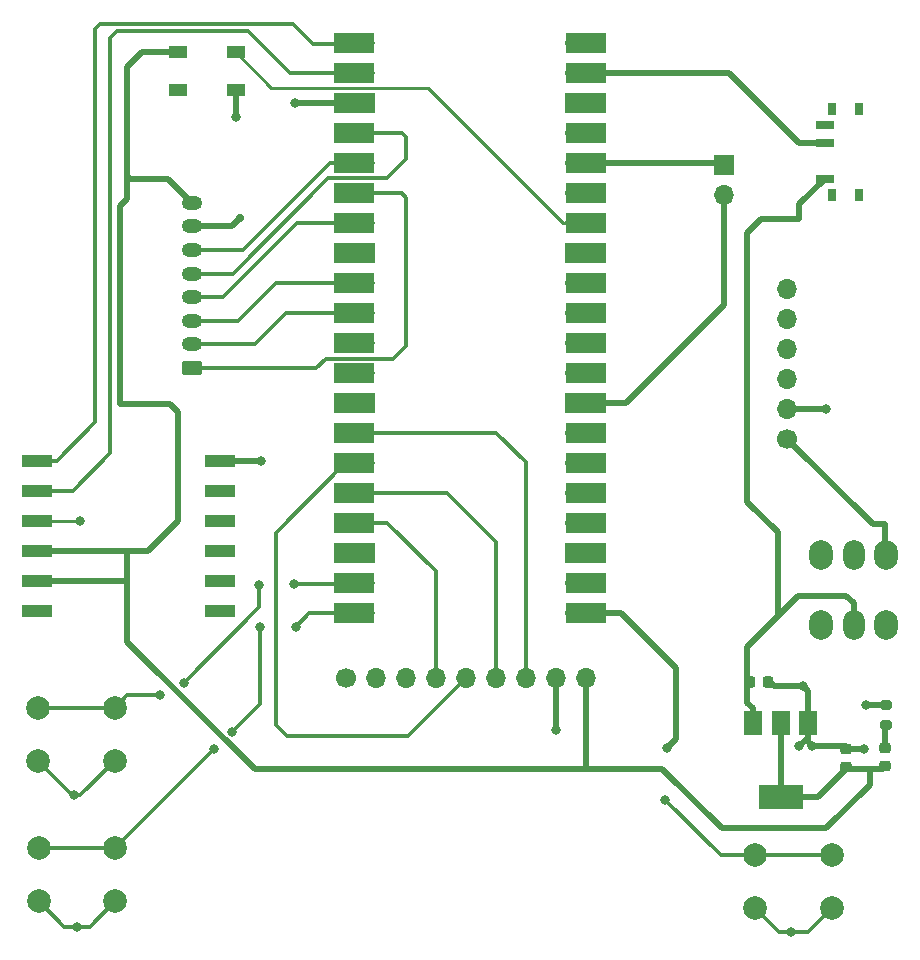
<source format=gbr>
%TF.GenerationSoftware,KiCad,Pcbnew,(6.0.7-1)-1*%
%TF.CreationDate,2022-12-29T15:12:48+00:00*%
%TF.ProjectId,pico-gps-datalogger,7069636f-2d67-4707-932d-646174616c6f,rev?*%
%TF.SameCoordinates,Original*%
%TF.FileFunction,Copper,L1,Top*%
%TF.FilePolarity,Positive*%
%FSLAX46Y46*%
G04 Gerber Fmt 4.6, Leading zero omitted, Abs format (unit mm)*
G04 Created by KiCad (PCBNEW (6.0.7-1)-1) date 2022-12-29 15:12:48*
%MOMM*%
%LPD*%
G01*
G04 APERTURE LIST*
G04 Aperture macros list*
%AMRoundRect*
0 Rectangle with rounded corners*
0 $1 Rounding radius*
0 $2 $3 $4 $5 $6 $7 $8 $9 X,Y pos of 4 corners*
0 Add a 4 corners polygon primitive as box body*
4,1,4,$2,$3,$4,$5,$6,$7,$8,$9,$2,$3,0*
0 Add four circle primitives for the rounded corners*
1,1,$1+$1,$2,$3*
1,1,$1+$1,$4,$5*
1,1,$1+$1,$6,$7*
1,1,$1+$1,$8,$9*
0 Add four rect primitives between the rounded corners*
20,1,$1+$1,$2,$3,$4,$5,0*
20,1,$1+$1,$4,$5,$6,$7,0*
20,1,$1+$1,$6,$7,$8,$9,0*
20,1,$1+$1,$8,$9,$2,$3,0*%
G04 Aperture macros list end*
%TA.AperFunction,SMDPad,CuDef*%
%ADD10RoundRect,0.200000X0.275000X-0.200000X0.275000X0.200000X-0.275000X0.200000X-0.275000X-0.200000X0*%
%TD*%
%TA.AperFunction,ComponentPad*%
%ADD11C,1.700000*%
%TD*%
%TA.AperFunction,ComponentPad*%
%ADD12O,1.700000X1.700000*%
%TD*%
%TA.AperFunction,SMDPad,CuDef*%
%ADD13RoundRect,0.225000X0.250000X-0.225000X0.250000X0.225000X-0.250000X0.225000X-0.250000X-0.225000X0*%
%TD*%
%TA.AperFunction,SMDPad,CuDef*%
%ADD14R,1.500000X1.000000*%
%TD*%
%TA.AperFunction,ComponentPad*%
%ADD15O,2.000000X2.500000*%
%TD*%
%TA.AperFunction,ComponentPad*%
%ADD16O,1.850000X2.500000*%
%TD*%
%TA.AperFunction,ComponentPad*%
%ADD17RoundRect,0.250000X0.625000X-0.350000X0.625000X0.350000X-0.625000X0.350000X-0.625000X-0.350000X0*%
%TD*%
%TA.AperFunction,ComponentPad*%
%ADD18O,1.750000X1.200000*%
%TD*%
%TA.AperFunction,SMDPad,CuDef*%
%ADD19R,0.800000X1.000000*%
%TD*%
%TA.AperFunction,SMDPad,CuDef*%
%ADD20R,1.500000X0.700000*%
%TD*%
%TA.AperFunction,SMDPad,CuDef*%
%ADD21R,2.500000X1.000000*%
%TD*%
%TA.AperFunction,ComponentPad*%
%ADD22C,2.000000*%
%TD*%
%TA.AperFunction,ComponentPad*%
%ADD23R,1.700000X1.700000*%
%TD*%
%TA.AperFunction,SMDPad,CuDef*%
%ADD24RoundRect,0.218750X-0.256250X0.218750X-0.256250X-0.218750X0.256250X-0.218750X0.256250X0.218750X0*%
%TD*%
%TA.AperFunction,SMDPad,CuDef*%
%ADD25R,3.500000X1.700000*%
%TD*%
%TA.AperFunction,SMDPad,CuDef*%
%ADD26R,1.500000X2.000000*%
%TD*%
%TA.AperFunction,SMDPad,CuDef*%
%ADD27R,3.800000X2.000000*%
%TD*%
%TA.AperFunction,SMDPad,CuDef*%
%ADD28RoundRect,0.225000X-0.225000X-0.250000X0.225000X-0.250000X0.225000X0.250000X-0.225000X0.250000X0*%
%TD*%
%TA.AperFunction,ViaPad*%
%ADD29C,0.800000*%
%TD*%
%TA.AperFunction,ViaPad*%
%ADD30C,0.700000*%
%TD*%
%TA.AperFunction,Conductor*%
%ADD31C,0.500000*%
%TD*%
%TA.AperFunction,Conductor*%
%ADD32C,0.300000*%
%TD*%
%TA.AperFunction,Conductor*%
%ADD33C,0.250000*%
%TD*%
G04 APERTURE END LIST*
D10*
%TO.P,R1,1*%
%TO.N,/PWR_LED_K*%
X174847500Y-127875000D03*
%TO.P,R1,2*%
%TO.N,GND*%
X174847500Y-126225000D03*
%TD*%
D11*
%TO.P,J4,1,Pin_1*%
%TO.N,Net-(J4-Pad1)*%
X166510000Y-103660000D03*
D12*
%TO.P,J4,2,Pin_2*%
%TO.N,GND*%
X166510000Y-101120000D03*
%TO.P,J4,3,Pin_3*%
%TO.N,unconnected-(J4-Pad3)*%
X166510000Y-98580000D03*
%TO.P,J4,4,Pin_4*%
%TO.N,unconnected-(J4-Pad4)*%
X166510000Y-96040000D03*
%TO.P,J4,5,Pin_5*%
%TO.N,unconnected-(J4-Pad5)*%
X166510000Y-93500000D03*
%TO.P,J4,6,Pin_6*%
%TO.N,unconnected-(J4-Pad6)*%
X166510000Y-90960000D03*
%TD*%
D11*
%TO.P,J2,1,Pin_1*%
%TO.N,unconnected-(J2-Pad1)*%
X129100000Y-123960000D03*
D12*
%TO.P,J2,2,Pin_2*%
%TO.N,unconnected-(J2-Pad2)*%
X131640000Y-123960000D03*
%TO.P,J2,3,Pin_3*%
%TO.N,unconnected-(J2-Pad3)*%
X134180000Y-123960000D03*
%TO.P,J2,4,Pin_4*%
%TO.N,/SPI1 - CS*%
X136720000Y-123960000D03*
%TO.P,J2,5,Pin_5*%
%TO.N,/RX -> TX*%
X139260000Y-123960000D03*
%TO.P,J2,6,Pin_6*%
%TO.N,/TX -> RX*%
X141800000Y-123960000D03*
%TO.P,J2,7,Pin_7*%
%TO.N,/CLK*%
X144340000Y-123960000D03*
%TO.P,J2,8,Pin_8*%
%TO.N,GND*%
X146880000Y-123960000D03*
%TO.P,J2,9,Pin_9*%
%TO.N,+3.3V*%
X149420000Y-123960000D03*
%TD*%
D13*
%TO.P,C2,1*%
%TO.N,+3.3V*%
X171497500Y-131445000D03*
%TO.P,C2,2*%
%TO.N,GND*%
X171497500Y-129895000D03*
%TD*%
D14*
%TO.P,D2,1,VSS*%
%TO.N,GND*%
X119810000Y-74150000D03*
%TO.P,D2,2,DIN*%
%TO.N,Net-(D2-Pad2)*%
X119810000Y-70950000D03*
%TO.P,D2,3,VDD*%
%TO.N,+3.3V*%
X114910000Y-70950000D03*
%TO.P,D2,4,DOUT*%
%TO.N,unconnected-(D2-Pad4)*%
X114910000Y-74150000D03*
%TD*%
D15*
%TO.P,SW5,1*%
%TO.N,Net-(J4-Pad1)*%
X174860000Y-113470000D03*
D16*
%TO.P,SW5,2*%
%TO.N,unconnected-(SW5-Pad2)*%
X172120000Y-113470000D03*
D15*
%TO.P,SW5,3*%
%TO.N,unconnected-(SW5-Pad3)*%
X169380000Y-113470000D03*
%TO.P,SW5,4*%
%TO.N,unconnected-(SW5-Pad4)*%
X169380000Y-119470000D03*
D16*
%TO.P,SW5,5*%
%TO.N,VBUS*%
X172120000Y-119470000D03*
D15*
%TO.P,SW5,6*%
%TO.N,unconnected-(SW5-Pad6)*%
X174860000Y-119470000D03*
%TD*%
D17*
%TO.P,J1,1,Pin_1*%
%TO.N,/MISO - SPI0Rx - BL*%
X116120000Y-97680000D03*
D18*
%TO.P,J1,2,Pin_2*%
%TO.N,/RST*%
X116120000Y-95680000D03*
%TO.P,J1,3,Pin_3*%
%TO.N,/DC*%
X116120000Y-93680000D03*
%TO.P,J1,4,Pin_4*%
%TO.N,/SPI0 - CS*%
X116120000Y-91680000D03*
%TO.P,J1,5,Pin_5*%
%TO.N,/CLK - SPI0SCK*%
X116120000Y-89680000D03*
%TO.P,J1,6,Pin_6*%
%TO.N,/MOSI - SPI0Tx - DIN*%
X116120000Y-87680000D03*
%TO.P,J1,7,Pin_7*%
%TO.N,GND*%
X116120000Y-85680000D03*
%TO.P,J1,8,Pin_8*%
%TO.N,+3.3V*%
X116120000Y-83680000D03*
%TD*%
D19*
%TO.P,SW4,*%
%TO.N,*%
X172540000Y-75730000D03*
X170330000Y-75730000D03*
X172540000Y-83030000D03*
X170330000Y-83030000D03*
D20*
%TO.P,SW4,1,A*%
%TO.N,VBUS*%
X169680000Y-81630000D03*
%TO.P,SW4,2,B*%
%TO.N,Net-(SW4-Pad2)*%
X169680000Y-78630000D03*
%TO.P,SW4,3,C*%
%TO.N,unconnected-(SW4-Pad3)*%
X169680000Y-77130000D03*
%TD*%
D21*
%TO.P,U2,1,RXD1*%
%TO.N,Net-(U2-Pad1)*%
X102950000Y-105510000D03*
%TO.P,U2,2,TXD1*%
%TO.N,/GPS RX -> Pico TX*%
X102950000Y-108050000D03*
%TO.P,U2,3,GND*%
%TO.N,GND*%
X102950000Y-110590000D03*
%TO.P,U2,4,VCC*%
%TO.N,+3.3V*%
X102950000Y-113130000D03*
%TO.P,U2,5,V_BCKP*%
X102950000Y-115670000D03*
%TO.P,U2,6,1PPS*%
%TO.N,unconnected-(U2-Pad6)*%
X102950000Y-118210000D03*
%TO.P,U2,7,RESERVED*%
%TO.N,unconnected-(U2-Pad7)*%
X118450000Y-118210000D03*
%TO.P,U2,8,RESERVED*%
%TO.N,unconnected-(U2-Pad8)*%
X118450000Y-115670000D03*
%TO.P,U2,9,NC*%
%TO.N,unconnected-(U2-Pad9)*%
X118450000Y-113130000D03*
%TO.P,U2,10,~{RESET}*%
%TO.N,unconnected-(U2-Pad10)*%
X118450000Y-110590000D03*
%TO.P,U2,11,RESERVED*%
%TO.N,unconnected-(U2-Pad11)*%
X118450000Y-108050000D03*
%TO.P,U2,12,GND*%
%TO.N,GND*%
X118450000Y-105510000D03*
%TD*%
D22*
%TO.P,SW1,1,1*%
%TO.N,Net-(SW1-Pad1)*%
X109540000Y-126440000D03*
X103040000Y-126440000D03*
%TO.P,SW1,2,2*%
%TO.N,GND*%
X103040000Y-130940000D03*
X109540000Y-130940000D03*
%TD*%
%TO.P,SW3,1,1*%
%TO.N,Net-(SW3-Pad1)*%
X170280000Y-138920000D03*
X163780000Y-138920000D03*
%TO.P,SW3,2,2*%
%TO.N,GND*%
X163780000Y-143420000D03*
X170280000Y-143420000D03*
%TD*%
D23*
%TO.P,J3,1,Pin_1*%
%TO.N,Net-(J3-Pad1)*%
X161160000Y-80500000D03*
D12*
%TO.P,J3,2,Pin_2*%
%TO.N,Net-(J3-Pad2)*%
X161160000Y-83040000D03*
%TD*%
D24*
%TO.P,D1,1,K*%
%TO.N,/PWR_LED_K*%
X174817500Y-129822500D03*
%TO.P,D1,2,A*%
%TO.N,+3.3V*%
X174817500Y-131397500D03*
%TD*%
D25*
%TO.P,U3,1,GPIO0*%
%TO.N,Net-(U2-Pad1)*%
X129845000Y-70175000D03*
D12*
X130745000Y-70175000D03*
%TO.P,U3,2,GPIO1*%
%TO.N,/GPS RX -> Pico TX*%
X130745000Y-72715000D03*
D25*
X129845000Y-72715000D03*
D23*
%TO.P,U3,3,GND*%
%TO.N,GND*%
X130745000Y-75255000D03*
D25*
X129845000Y-75255000D03*
D12*
%TO.P,U3,4,GPIO2*%
%TO.N,/CLK - SPI0SCK*%
X130745000Y-77795000D03*
D25*
X129845000Y-77795000D03*
%TO.P,U3,5,GPIO3*%
%TO.N,/MOSI - SPI0Tx - DIN*%
X129845000Y-80335000D03*
D12*
X130745000Y-80335000D03*
D25*
%TO.P,U3,6,GPIO4*%
%TO.N,/MISO - SPI0Rx - BL*%
X129845000Y-82875000D03*
D12*
X130745000Y-82875000D03*
%TO.P,U3,7,GPIO5*%
%TO.N,/SPI0 - CS*%
X130745000Y-85415000D03*
D25*
X129845000Y-85415000D03*
D23*
%TO.P,U3,8,GND*%
%TO.N,unconnected-(U3-Pad8)*%
X130745000Y-87955000D03*
D25*
X129845000Y-87955000D03*
D12*
%TO.P,U3,9,GPIO6*%
%TO.N,/DC*%
X130745000Y-90495000D03*
D25*
X129845000Y-90495000D03*
D12*
%TO.P,U3,10,GPIO7*%
%TO.N,/RST*%
X130745000Y-93035000D03*
D25*
X129845000Y-93035000D03*
D12*
%TO.P,U3,11,GPIO8*%
%TO.N,unconnected-(U3-Pad11)*%
X130745000Y-95575000D03*
D25*
X129845000Y-95575000D03*
%TO.P,U3,12,GPIO9*%
%TO.N,unconnected-(U3-Pad12)*%
X129845000Y-98115000D03*
D12*
X130745000Y-98115000D03*
D23*
%TO.P,U3,13,GND*%
%TO.N,unconnected-(U3-Pad13)*%
X130745000Y-100655000D03*
D25*
X129845000Y-100655000D03*
D12*
%TO.P,U3,14,GPIO10*%
%TO.N,/CLK*%
X130745000Y-103195000D03*
D25*
X129845000Y-103195000D03*
%TO.P,U3,15,GPIO11*%
%TO.N,/RX -> TX*%
X129845000Y-105735000D03*
D12*
X130745000Y-105735000D03*
%TO.P,U3,16,GPIO12*%
%TO.N,/TX -> RX*%
X130745000Y-108275000D03*
D25*
X129845000Y-108275000D03*
%TO.P,U3,17,GPIO13*%
%TO.N,/SPI1 - CS*%
X129845000Y-110815000D03*
D12*
X130745000Y-110815000D03*
D23*
%TO.P,U3,18,GND*%
%TO.N,unconnected-(U3-Pad18)*%
X130745000Y-113355000D03*
D25*
X129845000Y-113355000D03*
D12*
%TO.P,U3,19,GPIO14*%
%TO.N,Net-(SW1-Pad1)*%
X130745000Y-115895000D03*
D25*
X129845000Y-115895000D03*
%TO.P,U3,20,GPIO15*%
%TO.N,Net-(SW2-Pad1)*%
X129845000Y-118435000D03*
D12*
X130745000Y-118435000D03*
%TO.P,U3,21,GPIO16*%
%TO.N,Net-(SW3-Pad1)*%
X148525000Y-118435000D03*
D25*
X149425000Y-118435000D03*
%TO.P,U3,22,GPIO17*%
%TO.N,unconnected-(U3-Pad22)*%
X149425000Y-115895000D03*
D12*
X148525000Y-115895000D03*
D23*
%TO.P,U3,23,GND*%
%TO.N,unconnected-(U3-Pad23)*%
X148525000Y-113355000D03*
D25*
X149425000Y-113355000D03*
D12*
%TO.P,U3,24,GPIO18*%
%TO.N,unconnected-(U3-Pad24)*%
X148525000Y-110815000D03*
D25*
X149425000Y-110815000D03*
%TO.P,U3,25,GPIO19*%
%TO.N,unconnected-(U3-Pad25)*%
X149425000Y-108275000D03*
D12*
X148525000Y-108275000D03*
D25*
%TO.P,U3,26,GPIO20*%
%TO.N,unconnected-(U3-Pad26)*%
X149425000Y-105735000D03*
D12*
X148525000Y-105735000D03*
%TO.P,U3,27,GPIO21*%
%TO.N,unconnected-(U3-Pad27)*%
X148525000Y-103195000D03*
D25*
X149425000Y-103195000D03*
%TO.P,U3,28,GND*%
%TO.N,Net-(J3-Pad2)*%
X149425000Y-100655000D03*
D23*
X148525000Y-100655000D03*
D25*
%TO.P,U3,29,GPIO22*%
%TO.N,unconnected-(U3-Pad29)*%
X149425000Y-98115000D03*
D12*
X148525000Y-98115000D03*
D25*
%TO.P,U3,30,RUN*%
%TO.N,unconnected-(U3-Pad30)*%
X149425000Y-95575000D03*
D12*
X148525000Y-95575000D03*
D25*
%TO.P,U3,31,GPIO26_ADC0*%
%TO.N,unconnected-(U3-Pad31)*%
X149425000Y-93035000D03*
D12*
X148525000Y-93035000D03*
D25*
%TO.P,U3,32,GPIO27_ADC1*%
%TO.N,unconnected-(U3-Pad32)*%
X149425000Y-90495000D03*
D12*
X148525000Y-90495000D03*
D25*
%TO.P,U3,33,AGND*%
%TO.N,unconnected-(U3-Pad33)*%
X149425000Y-87955000D03*
D23*
X148525000Y-87955000D03*
D12*
%TO.P,U3,34,GPIO28_ADC2*%
%TO.N,Net-(D2-Pad2)*%
X148525000Y-85415000D03*
D25*
X149425000Y-85415000D03*
%TO.P,U3,35,ADC_VREF*%
%TO.N,unconnected-(U3-Pad35)*%
X149425000Y-82875000D03*
D12*
X148525000Y-82875000D03*
%TO.P,U3,36,3V3*%
%TO.N,Net-(J3-Pad1)*%
X148525000Y-80335000D03*
D25*
X149425000Y-80335000D03*
%TO.P,U3,37,3V3_EN*%
%TO.N,unconnected-(U3-Pad37)*%
X149425000Y-77795000D03*
D12*
X148525000Y-77795000D03*
D23*
%TO.P,U3,38,GND*%
%TO.N,unconnected-(U3-Pad38)*%
X148525000Y-75255000D03*
D25*
X149425000Y-75255000D03*
%TO.P,U3,39,VSYS*%
%TO.N,Net-(SW4-Pad2)*%
X149425000Y-72715000D03*
D12*
X148525000Y-72715000D03*
%TO.P,U3,40,VBUS*%
%TO.N,unconnected-(U3-Pad40)*%
X148525000Y-70175000D03*
D25*
X149425000Y-70175000D03*
%TD*%
D26*
%TO.P,U1,1,GND*%
%TO.N,GND*%
X168232500Y-127730000D03*
%TO.P,U1,2,VO*%
%TO.N,+3.3V*%
X165932500Y-127730000D03*
D27*
X165932500Y-134030000D03*
D26*
%TO.P,U1,3,VI*%
%TO.N,VBUS*%
X163632500Y-127730000D03*
%TD*%
D22*
%TO.P,SW2,1,1*%
%TO.N,Net-(SW2-Pad1)*%
X103120000Y-138290000D03*
X109620000Y-138290000D03*
%TO.P,SW2,2,2*%
%TO.N,GND*%
X103120000Y-142790000D03*
X109620000Y-142790000D03*
%TD*%
D28*
%TO.P,C1,1*%
%TO.N,VBUS*%
X163307500Y-124272500D03*
%TO.P,C1,2*%
%TO.N,GND*%
X164857500Y-124272500D03*
%TD*%
D29*
%TO.N,GND*%
X169820000Y-101140000D03*
X106110000Y-133830000D03*
X166850000Y-145460000D03*
X121940000Y-105560000D03*
X168622500Y-129680000D03*
X106360000Y-144970000D03*
X167532500Y-129690000D03*
X167852500Y-124620000D03*
X146950000Y-128330000D03*
X173170000Y-126230000D03*
D30*
X120140000Y-85010000D03*
D29*
X124780000Y-75270000D03*
X106580000Y-110610000D03*
X119800000Y-76460000D03*
X173020000Y-129900000D03*
%TO.N,Net-(SW1-Pad1)*%
X115390000Y-124360000D03*
X113420000Y-125350000D03*
X124760000Y-115940000D03*
X121800000Y-116020000D03*
%TO.N,Net-(SW2-Pad1)*%
X119520000Y-128500000D03*
X121860000Y-119600000D03*
X118000000Y-129920000D03*
X124910000Y-119570000D03*
%TO.N,Net-(SW3-Pad1)*%
X156310000Y-129860000D03*
X156190000Y-134220000D03*
%TD*%
D31*
%TO.N,VBUS*%
X163182500Y-124147500D02*
X163307500Y-124272500D01*
X172120000Y-117600000D02*
X171500000Y-116980000D01*
X165731250Y-111591250D02*
X163130000Y-108990000D01*
X165731250Y-118681250D02*
X165731250Y-111591250D01*
X171500000Y-116980000D02*
X167432500Y-116980000D01*
X164290000Y-85060000D02*
X167510000Y-85060000D01*
X163182500Y-124222500D02*
X163132500Y-124272500D01*
X163162500Y-124127500D02*
X163307500Y-124272500D01*
X163132500Y-124272500D02*
X163132500Y-126000000D01*
X163632500Y-126500000D02*
X163632500Y-127730000D01*
X163232500Y-124347500D02*
X163307500Y-124272500D01*
X167432500Y-116980000D02*
X165731250Y-118681250D01*
X163132500Y-126000000D02*
X163632500Y-126500000D01*
X167510000Y-85060000D02*
X167510000Y-83800000D01*
X163130000Y-86220000D02*
X164290000Y-85060000D01*
X163130000Y-108990000D02*
X163130000Y-86220000D01*
X167510000Y-83800000D02*
X169680000Y-81630000D01*
X172120000Y-119470000D02*
X172120000Y-117600000D01*
X165731250Y-118681250D02*
X163132500Y-121280000D01*
X163132500Y-121280000D02*
X163132500Y-124272500D01*
D32*
%TO.N,GND*%
X106650000Y-133830000D02*
X106110000Y-133830000D01*
D31*
X165380000Y-124620000D02*
X165032500Y-124272500D01*
X130745000Y-75255000D02*
X124795000Y-75255000D01*
X119810000Y-74150000D02*
X119810000Y-76450000D01*
X116120000Y-85680000D02*
X119470000Y-85680000D01*
X146950000Y-124030000D02*
X146880000Y-123960000D01*
X167852500Y-124620000D02*
X165380000Y-124620000D01*
D32*
X107440000Y-144970000D02*
X106360000Y-144970000D01*
X109540000Y-130940000D02*
X106650000Y-133830000D01*
D31*
X119810000Y-76450000D02*
X119800000Y-76460000D01*
D32*
X165820000Y-145460000D02*
X166850000Y-145460000D01*
D31*
X168232500Y-125000000D02*
X167852500Y-124620000D01*
X171457500Y-129680000D02*
X171497500Y-129720000D01*
D32*
X106360000Y-144970000D02*
X105300000Y-144970000D01*
D31*
X168232500Y-128990000D02*
X167532500Y-129690000D01*
X168232500Y-127730000D02*
X168232500Y-128990000D01*
X168622500Y-129680000D02*
X171457500Y-129680000D01*
D32*
X168240000Y-145460000D02*
X166850000Y-145460000D01*
D31*
X168232500Y-129290000D02*
X168622500Y-129680000D01*
X118450000Y-105510000D02*
X121890000Y-105510000D01*
X168232500Y-128990000D02*
X168232500Y-129290000D01*
X173015000Y-129895000D02*
X173020000Y-129900000D01*
X169800000Y-101120000D02*
X169820000Y-101140000D01*
X173175000Y-126225000D02*
X173170000Y-126230000D01*
X168232500Y-127730000D02*
X168232500Y-125000000D01*
D32*
X170280000Y-143420000D02*
X168240000Y-145460000D01*
X109620000Y-142790000D02*
X107440000Y-144970000D01*
D31*
X171282500Y-129680000D02*
X171497500Y-129895000D01*
D32*
X105300000Y-144970000D02*
X103120000Y-142790000D01*
X105930000Y-133830000D02*
X106110000Y-133830000D01*
D33*
X106560000Y-110590000D02*
X102950000Y-110590000D01*
D31*
X146950000Y-128330000D02*
X146950000Y-124030000D01*
D32*
X103040000Y-130940000D02*
X105930000Y-133830000D01*
X163780000Y-143420000D02*
X165820000Y-145460000D01*
D31*
X174847500Y-126225000D02*
X173175000Y-126225000D01*
X124795000Y-75255000D02*
X124780000Y-75270000D01*
D33*
X106580000Y-110610000D02*
X106560000Y-110590000D01*
D31*
X171497500Y-129895000D02*
X173015000Y-129895000D01*
X121890000Y-105510000D02*
X121940000Y-105560000D01*
X166510000Y-101120000D02*
X169800000Y-101120000D01*
X119470000Y-85680000D02*
X120140000Y-85010000D01*
%TO.N,+3.3V*%
X110620000Y-72190000D02*
X111860000Y-70950000D01*
X149470000Y-131630000D02*
X155930000Y-131630000D01*
X110620000Y-113150000D02*
X110620000Y-115850000D01*
X165932500Y-127730000D02*
X165932500Y-134030000D01*
X116120000Y-83680000D02*
X114080000Y-81640000D01*
X114080000Y-81640000D02*
X110860000Y-81640000D01*
X110620000Y-83380000D02*
X110620000Y-81400000D01*
X165932500Y-134030000D02*
X169087500Y-134030000D01*
X110620000Y-113150000D02*
X112400000Y-113150000D01*
X173472500Y-132940000D02*
X173472500Y-131620000D01*
X169752500Y-136660000D02*
X173472500Y-132940000D01*
X174595000Y-131620000D02*
X174817500Y-131397500D01*
X149420000Y-131580000D02*
X149470000Y-131630000D01*
X110040000Y-83960000D02*
X110620000Y-83380000D01*
X149420000Y-123960000D02*
X149420000Y-131580000D01*
X110620000Y-81400000D02*
X110620000Y-72190000D01*
X155930000Y-131630000D02*
X160960000Y-136660000D01*
X110860000Y-81640000D02*
X110620000Y-81400000D01*
X160960000Y-136660000D02*
X169752500Y-136660000D01*
X121400000Y-131630000D02*
X149470000Y-131630000D01*
X110600000Y-113130000D02*
X110620000Y-113150000D01*
X112400000Y-113150000D02*
X114920000Y-110630000D01*
X110620000Y-120850000D02*
X121400000Y-131630000D01*
X102950000Y-115670000D02*
X110440000Y-115670000D01*
X111860000Y-70950000D02*
X114910000Y-70950000D01*
X114920000Y-101430000D02*
X114220000Y-100730000D01*
X110040000Y-100730000D02*
X110040000Y-83960000D01*
X171497500Y-131620000D02*
X173472500Y-131620000D01*
X110440000Y-115670000D02*
X110620000Y-115850000D01*
X110620000Y-115850000D02*
X110620000Y-120850000D01*
X102950000Y-113130000D02*
X110600000Y-113130000D01*
X114220000Y-100730000D02*
X110040000Y-100730000D01*
X173472500Y-131620000D02*
X174595000Y-131620000D01*
X169087500Y-134030000D02*
X171497500Y-131620000D01*
X114920000Y-110630000D02*
X114920000Y-101430000D01*
%TO.N,/PWR_LED_K*%
X174817500Y-129822500D02*
X174817500Y-127905000D01*
X174817500Y-127905000D02*
X174847500Y-127875000D01*
D33*
%TO.N,Net-(D2-Pad2)*%
X147545134Y-85415000D02*
X148525000Y-85415000D01*
X136084999Y-73954865D02*
X147545134Y-85415000D01*
X119810000Y-70950000D02*
X122814865Y-73954865D01*
X122814865Y-73954865D02*
X136084999Y-73954865D01*
D32*
%TO.N,/MISO - SPI0Rx - BL*%
X133855000Y-82875000D02*
X130745000Y-82875000D01*
X127410000Y-96890000D02*
X133110000Y-96890000D01*
X134220000Y-83240000D02*
X133855000Y-82875000D01*
X126620000Y-97680000D02*
X127410000Y-96890000D01*
X133110000Y-96890000D02*
X134220000Y-95780000D01*
X134220000Y-95780000D02*
X134220000Y-83240000D01*
X116120000Y-97680000D02*
X126620000Y-97680000D01*
%TO.N,/RST*%
X116120000Y-95680000D02*
X121400000Y-95680000D01*
X121400000Y-95680000D02*
X124045000Y-93035000D01*
X124045000Y-93035000D02*
X130745000Y-93035000D01*
%TO.N,/DC*%
X116120000Y-93680000D02*
X119990000Y-93680000D01*
X119990000Y-93680000D02*
X123175000Y-90495000D01*
X123175000Y-90495000D02*
X130745000Y-90495000D01*
%TO.N,/CLK - SPI0SCK*%
X133875000Y-77795000D02*
X130745000Y-77795000D01*
X116120000Y-89680000D02*
X119550000Y-89680000D01*
X134220000Y-79990000D02*
X134220000Y-78140000D01*
X119550000Y-89680000D02*
X127620000Y-81610000D01*
X134220000Y-78140000D02*
X133875000Y-77795000D01*
X132600000Y-81610000D02*
X134220000Y-79990000D01*
X127620000Y-81610000D02*
X132600000Y-81610000D01*
%TO.N,/MOSI - SPI0Tx - DIN*%
X127775661Y-80335000D02*
X130745000Y-80335000D01*
X116120000Y-87680000D02*
X120430661Y-87680000D01*
X120430661Y-87680000D02*
X127775661Y-80335000D01*
%TO.N,/RX -> TX*%
X134390000Y-128830000D02*
X139260000Y-123960000D01*
X123210000Y-111610000D02*
X123210000Y-127920000D01*
X129085000Y-105735000D02*
X123210000Y-111610000D01*
X123210000Y-127920000D02*
X124120000Y-128830000D01*
X130745000Y-105735000D02*
X129085000Y-105735000D01*
X124120000Y-128830000D02*
X134390000Y-128830000D01*
%TO.N,/TX -> RX*%
X137665000Y-108275000D02*
X141800000Y-112410000D01*
X141800000Y-112410000D02*
X141800000Y-123960000D01*
X137665000Y-108275000D02*
X130745000Y-108275000D01*
%TO.N,/CLK*%
X130745000Y-103195000D02*
X130760000Y-103180000D01*
X141850000Y-103180000D02*
X144340000Y-105670000D01*
X130760000Y-103180000D02*
X141850000Y-103180000D01*
X144340000Y-105670000D02*
X144340000Y-123960000D01*
%TO.N,Net-(SW1-Pad1)*%
X109540000Y-126440000D02*
X103040000Y-126440000D01*
X109540000Y-126440000D02*
X110630000Y-125350000D01*
X110630000Y-125350000D02*
X113420000Y-125350000D01*
X121800000Y-117950000D02*
X121800000Y-116020000D01*
X124760000Y-115940000D02*
X130700000Y-115940000D01*
X130700000Y-115940000D02*
X130745000Y-115895000D01*
X115390000Y-124360000D02*
X121800000Y-117950000D01*
D31*
%TO.N,Net-(J4-Pad1)*%
X174790000Y-110920000D02*
X174790000Y-113340000D01*
X174790000Y-113340000D02*
X174660000Y-113470000D01*
X166510000Y-103660000D02*
X173770000Y-110920000D01*
X173770000Y-110920000D02*
X174790000Y-110920000D01*
D32*
%TO.N,Net-(SW2-Pad1)*%
X109620000Y-138290000D02*
X103120000Y-138290000D01*
X124910000Y-119570000D02*
X126045000Y-118435000D01*
X121860000Y-126160000D02*
X121860000Y-119600000D01*
X119520000Y-128500000D02*
X121860000Y-126160000D01*
X117990000Y-129920000D02*
X118000000Y-129920000D01*
X109620000Y-138290000D02*
X117990000Y-129920000D01*
X126045000Y-118435000D02*
X130745000Y-118435000D01*
D31*
%TO.N,Net-(SW3-Pad1)*%
X157070000Y-123090000D02*
X152415000Y-118435000D01*
X157080000Y-129090000D02*
X157080000Y-123090000D01*
X152415000Y-118435000D02*
X148525000Y-118435000D01*
X157080000Y-123090000D02*
X157070000Y-123090000D01*
D32*
X160890000Y-138920000D02*
X156190000Y-134220000D01*
D31*
X156310000Y-129860000D02*
X157080000Y-129090000D01*
D32*
X163780000Y-138920000D02*
X160890000Y-138920000D01*
X170280000Y-138920000D02*
X163780000Y-138920000D01*
D31*
%TO.N,Net-(SW4-Pad2)*%
X167460000Y-78630000D02*
X169680000Y-78630000D01*
X161545000Y-72715000D02*
X167460000Y-78630000D01*
X148525000Y-72715000D02*
X161545000Y-72715000D01*
D32*
%TO.N,Net-(U2-Pad1)*%
X107910000Y-102250000D02*
X107910000Y-68950000D01*
X104650000Y-105510000D02*
X107910000Y-102250000D01*
X102950000Y-105510000D02*
X104650000Y-105510000D01*
X126320000Y-70210000D02*
X130710000Y-70210000D01*
X108280000Y-68580000D02*
X124690000Y-68580000D01*
X124690000Y-68580000D02*
X126320000Y-70210000D01*
X130710000Y-70210000D02*
X130745000Y-70175000D01*
X107910000Y-68950000D02*
X108280000Y-68580000D01*
%TO.N,/GPS RX -> Pico TX*%
X109160000Y-104890000D02*
X109160000Y-69760000D01*
X102950000Y-108050000D02*
X106000000Y-108050000D01*
X109770000Y-69150000D02*
X120830000Y-69150000D01*
X106000000Y-108050000D02*
X109160000Y-104890000D01*
X109160000Y-69760000D02*
X109770000Y-69150000D01*
X120830000Y-69150000D02*
X124395000Y-72715000D01*
X124395000Y-72715000D02*
X130745000Y-72715000D01*
D31*
%TO.N,Net-(J3-Pad2)*%
X148525000Y-100655000D02*
X152805000Y-100655000D01*
X152805000Y-100655000D02*
X161160000Y-92300000D01*
X161160000Y-92300000D02*
X161160000Y-83040000D01*
%TO.N,Net-(J3-Pad1)*%
X160995000Y-80335000D02*
X161160000Y-80500000D01*
X148525000Y-80335000D02*
X160995000Y-80335000D01*
D32*
%TO.N,/SPI0 - CS*%
X116120000Y-91680000D02*
X118750000Y-91680000D01*
X125015000Y-85415000D02*
X130745000Y-85415000D01*
X118750000Y-91680000D02*
X125015000Y-85415000D01*
%TO.N,/SPI1 - CS*%
X136720000Y-114860000D02*
X132650000Y-110790000D01*
X136720000Y-123960000D02*
X136720000Y-114860000D01*
X132650000Y-110790000D02*
X130770000Y-110790000D01*
X130770000Y-110790000D02*
X130745000Y-110815000D01*
%TD*%
M02*

</source>
